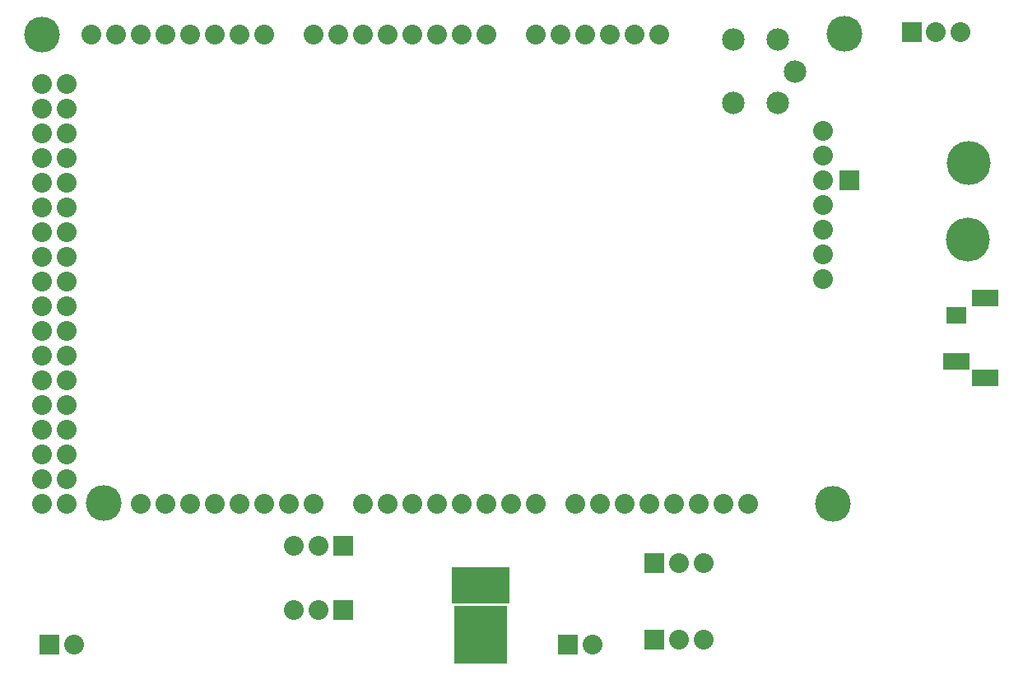
<source format=gbs>
G04 (created by PCBNEW (2011-nov-30)-testing) date Thu 04 Oct 2012 05:09:08 PM EDT*
%MOIN*%
G04 Gerber Fmt 3.4, Leading zero omitted, Abs format*
%FSLAX34Y34*%
G01*
G70*
G90*
G04 APERTURE LIST*
%ADD10C,0.006*%
%ADD11R,0.08X0.08*%
%ADD12C,0.08*%
%ADD13R,0.2167X0.2365*%
%ADD14R,0.2365X0.1497*%
%ADD15C,0.0909*%
%ADD16C,0.1774*%
%ADD17O,0.1774X0.1774*%
%ADD18C,0.145*%
%ADD19R,0.1106X0.0712*%
%ADD20R,0.1067X0.0712*%
%ADD21R,0.0791X0.0712*%
G04 APERTURE END LIST*
G54D10*
G54D11*
X13200Y2900D03*
G54D12*
X12200Y2900D03*
X11200Y2900D03*
G54D11*
X13200Y5500D03*
G54D12*
X12200Y5500D03*
X11200Y5500D03*
G54D13*
X18757Y1900D03*
G54D14*
X18757Y3898D03*
G54D15*
X29000Y23420D03*
X29000Y25980D03*
X30772Y23420D03*
X30772Y25980D03*
X31500Y24700D03*
G54D11*
X36216Y26300D03*
G54D12*
X37200Y26300D03*
X38184Y26300D03*
G54D16*
X38510Y21001D03*
G54D17*
X38493Y17902D03*
G54D18*
X33012Y7185D03*
G54D12*
X32607Y16291D03*
X32608Y17292D03*
X32608Y18292D03*
X32608Y19292D03*
X32608Y20292D03*
X32608Y21292D03*
X32608Y22292D03*
G54D18*
X1000Y26201D03*
X33499Y26212D03*
X3500Y7215D03*
G54D12*
X12000Y7209D03*
X11000Y7209D03*
X10000Y7209D03*
X9000Y7209D03*
X8000Y7209D03*
X7000Y7209D03*
X6000Y7209D03*
X5000Y7209D03*
X3000Y26209D03*
X4000Y26209D03*
X5000Y26209D03*
X6000Y26209D03*
X10000Y26209D03*
X12000Y26209D03*
X13000Y26209D03*
X9000Y26209D03*
X8000Y26209D03*
X7000Y26209D03*
X14000Y26209D03*
X15000Y26209D03*
X16000Y26209D03*
X19000Y26209D03*
X18000Y26209D03*
X17000Y26209D03*
X21000Y26210D03*
X22000Y26209D03*
X23000Y26209D03*
X25000Y26209D03*
X26000Y26209D03*
X14000Y7209D03*
X15000Y7209D03*
X16000Y7209D03*
X17000Y7209D03*
X18000Y7209D03*
X19000Y7209D03*
X20000Y7209D03*
X21000Y7209D03*
X22600Y7209D03*
X23600Y7209D03*
X24600Y7209D03*
X25600Y7209D03*
X26600Y7209D03*
X27600Y7209D03*
X28600Y7209D03*
X29600Y7209D03*
X24000Y26209D03*
X2000Y8209D03*
X1000Y8209D03*
X2000Y9209D03*
X1000Y9209D03*
X2000Y10209D03*
X1000Y10209D03*
X2000Y11209D03*
X1000Y11209D03*
X2000Y7209D03*
X1000Y7209D03*
X1000Y12209D03*
X2000Y12209D03*
X2000Y13209D03*
X1000Y13209D03*
X2000Y14209D03*
X1000Y14209D03*
X2000Y15209D03*
X1000Y15209D03*
X2000Y16209D03*
X1000Y16209D03*
X2000Y17209D03*
X1000Y17209D03*
X2000Y18209D03*
X1000Y18209D03*
X2000Y19209D03*
X1000Y19209D03*
X2000Y20209D03*
X1000Y20209D03*
X2000Y21209D03*
X1000Y21209D03*
X2000Y22209D03*
X1000Y22209D03*
X2000Y23209D03*
X1000Y23209D03*
X2000Y24209D03*
X1000Y24209D03*
G54D11*
X22300Y1500D03*
G54D12*
X23300Y1500D03*
G54D11*
X1300Y1500D03*
G54D12*
X2300Y1500D03*
G54D11*
X25800Y4800D03*
G54D12*
X26800Y4800D03*
X27800Y4800D03*
G54D11*
X25800Y1700D03*
G54D12*
X26800Y1700D03*
X27800Y1700D03*
G54D11*
X33700Y20300D03*
G54D19*
X39200Y12286D03*
G54D20*
X38019Y12955D03*
G54D19*
X39200Y15514D03*
G54D21*
X38019Y14845D03*
M02*

</source>
